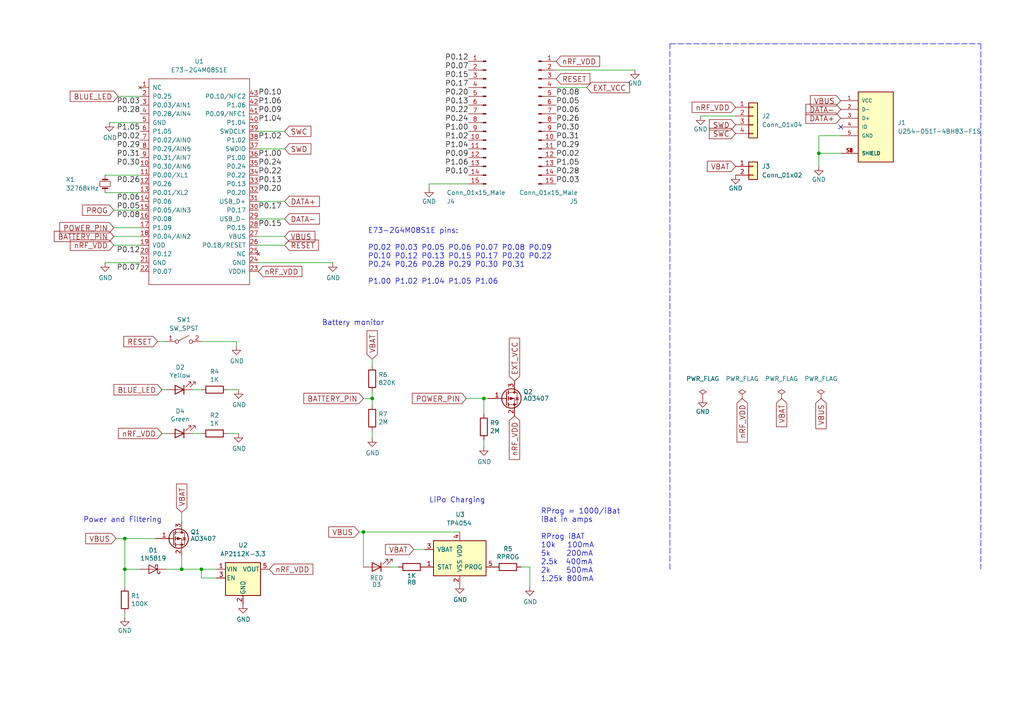
<source format=kicad_sch>
(kicad_sch (version 20211123) (generator eeschema)
  (paper "A4")
  (title_block (title "833iot") (date "2022-03-22") (rev "v0.2") (company "SimplyCreate"))
  (lib_symbols
    (symbol "Battery_Management:MCP73832-2-OT" (pin_names (offset 1.016))
      (property "Reference" "U" (at -7.62 6.35 0))
      (property "Value" "MCP73832-2-OT" (at 1.27 6.35 0))
      (symbol "MCP73832-2-OT_0_1"
        (rectangle (start -7.62 5.08) (end 7.62 -5.08) (stroke (width 0.254)) (fill (type background)))
      )
      (symbol "MCP73832-2-OT_1_1"
        (pin output line (at 10.16 -2.54 180) (length 2.54) (name "STAT") (number "1"))
        (pin power_in line (at 0 -7.62 90) (length 2.54) (name "VSS") (number "2"))
        (pin power_out line (at 10.16 2.54 180) (length 2.54) (name "VBAT") (number "3"))
        (pin power_in line (at 0 7.62 270) (length 2.54) (name "VDD") (number "4"))
        (pin input line (at -10.16 -2.54 0) (length 2.54) (name "PROG") (number "5"))
      )
    )
    (symbol "Connector:Conn_01x15_Male" (pin_names (offset 1.016) hide)
      (property "Reference" "J" (at 0 20.32 0))
      (property "Value" "Conn_01x15_Male" (at 0 -20.32 0))
      (symbol "Conn_01x15_Male_1_1"
        (polyline (pts (xy 1.27 -17.78) (xy 0.8636 -17.78)) (stroke (width 0.1524)))
        (polyline (pts (xy 1.27 -15.24) (xy 0.8636 -15.24)) (stroke (width 0.1524)))
        (polyline (pts (xy 1.27 -12.7) (xy 0.8636 -12.7)) (stroke (width 0.1524)))
        (polyline (pts (xy 1.27 -10.16) (xy 0.8636 -10.16)) (stroke (width 0.1524)))
        (polyline (pts (xy 1.27 -7.62) (xy 0.8636 -7.62)) (stroke (width 0.1524)))
        (polyline (pts (xy 1.27 -5.08) (xy 0.8636 -5.08)) (stroke (width 0.1524)))
        (polyline (pts (xy 1.27 -2.54) (xy 0.8636 -2.54)) (stroke (width 0.1524)))
        (polyline (pts (xy 1.27 0) (xy 0.8636 0)) (stroke (width 0.1524)))
        (polyline (pts (xy 1.27 2.54) (xy 0.8636 2.54)) (stroke (width 0.1524)))
        (polyline (pts (xy 1.27 5.08) (xy 0.8636 5.08)) (stroke (width 0.1524)))
        (polyline (pts (xy 1.27 7.62) (xy 0.8636 7.62)) (stroke (width 0.1524)))
        (polyline (pts (xy 1.27 10.16) (xy 0.8636 10.16)) (stroke (width 0.1524)))
        (polyline (pts (xy 1.27 12.7) (xy 0.8636 12.7)) (stroke (width 0.1524)))
        (polyline (pts (xy 1.27 15.24) (xy 0.8636 15.24)) (stroke (width 0.1524)))
        (polyline (pts (xy 1.27 17.78) (xy 0.8636 17.78)) (stroke (width 0.1524)))
        (rectangle (start 0.8636 -17.653) (end 0 -17.907) (stroke (width 0.1524)) (fill (type outline)))
        (rectangle (start 0.8636 -15.113) (end 0 -15.367) (stroke (width 0.1524)) (fill (type outline)))
        (rectangle (start 0.8636 -12.573) (end 0 -12.827) (stroke (width 0.1524)) (fill (type outline)))
        (rectangle (start 0.8636 -10.033) (end 0 -10.287) (stroke (width 0.1524)) (fill (type outline)))
        (rectangle (start 0.8636 -7.493) (end 0 -7.747) (stroke (width 0.1524)) (fill (type outline)))
        (rectangle (start 0.8636 -4.953) (end 0 -5.207) (stroke (width 0.1524)) (fill (type outline)))
        (rectangle (start 0.8636 -2.413) (end 0 -2.667) (stroke (width 0.1524)) (fill (type outline)))
        (rectangle (start 0.8636 0.127) (end 0 -0.127) (stroke (width 0.1524)) (fill (type outline)))
        (rectangle (start 0.8636 2.667) (end 0 2.413) (stroke (width 0.1524)) (fill (type outline)))
        (rectangle (start 0.8636 5.207) (end 0 4.953) (stroke (width 0.1524)) (fill (type outline)))
        (rectangle (start 0.8636 7.747) (end 0 7.493) (stroke (width 0.1524)) (fill (type outline)))
        (rectangle (start 0.8636 10.287) (end 0 10.033) (stroke (width 0.1524)) (fill (type outline)))
        (rectangle (start 0.8636 12.827) (end 0 12.573) (stroke (width 0.1524)) (fill (type outline)))
        (rectangle (start 0.8636 15.367) (end 0 15.113) (stroke (width 0.1524)) (fill (type outline)))
        (rectangle (start 0.8636 17.907) (end 0 17.653) (stroke (width 0.1524)) (fill (type outline)))
        (pin passive line (at 5.08 17.78 180) (length 3.81) (name "Pin_1") (number "1"))
        (pin passive line (at 5.08 -5.08 180) (length 3.81) (name "Pin_10") (number "10"))
        (pin passive line (at 5.08 -7.62 180) (length 3.81) (name "Pin_11") (number "11"))
        (pin passive line (at 5.08 -10.16 180) (length 3.81) (name "Pin_12") (number "12"))
        (pin passive line (at 5.08 -12.7 180) (length 3.81) (name "Pin_13") (number "13"))
        (pin passive line (at 5.08 -15.24 180) (length 3.81) (name "Pin_14") (number "14"))
        (pin passive line (at 5.08 -17.78 180) (length 3.81) (name "Pin_15") (number "15"))
        (pin passive line (at 5.08 15.24 180) (length 3.81) (name "Pin_2") (number "2"))
        (pin passive line (at 5.08 12.7 180) (length 3.81) (name "Pin_3") (number "3"))
        (pin passive line (at 5.08 10.16 180) (length 3.81) (name "Pin_4") (number "4"))
        (pin passive line (at 5.08 7.62 180) (length 3.81) (name "Pin_5") (number "5"))
        (pin passive line (at 5.08 5.08 180) (length 3.81) (name "Pin_6") (number "6"))
        (pin passive line (at 5.08 2.54 180) (length 3.81) (name "Pin_7") (number "7"))
        (pin passive line (at 5.08 0 180) (length 3.81) (name "Pin_8") (number "8"))
        (pin passive line (at 5.08 -2.54 180) (length 3.81) (name "Pin_9") (number "9"))
      )
    )
    (symbol "Connector_Generic:Conn_01x02" (pin_names (offset 1.016) hide)
      (property "Reference" "J" (at 0 2.54 0))
      (property "Value" "Conn_01x02" (at 0 -5.08 0))
      (symbol "Conn_01x02_1_1"
        (rectangle (start -1.27 -2.413) (end 0 -2.667) (stroke (width 0.1524)))
        (rectangle (start -1.27 0.127) (end 0 -0.127) (stroke (width 0.1524)))
        (rectangle (start -1.27 1.27) (end 1.27 -3.81) (stroke (width 0.254)) (fill (type background)))
        (pin passive line (at -5.08 0 0) (length 3.81) (name "Pin_1") (number "1"))
        (pin passive line (at -5.08 -2.54 0) (length 3.81) (name "Pin_2") (number "2"))
      )
    )
    (symbol "Connector_Generic:Conn_01x04" (pin_names (offset 1.016) hide)
      (property "Reference" "J" (at 0 5.08 0))
      (property "Value" "Conn_01x04" (at 0 -7.62 0))
      (symbol "Conn_01x04_1_1"
        (rectangle (start -1.27 -4.953) (end 0 -5.207) (stroke (width 0.1524)))
        (rectangle (start -1.27 -2.413) (end 0 -2.667) (stroke (width 0.1524)))
        (rectangle (start -1.27 0.127) (end 0 -0.127) (stroke (width 0.1524)))
        (rectangle (start -1.27 2.667) (end 0 2.413) (stroke (width 0.1524)))
        (rectangle (start -1.27 3.81) (end 1.27 -6.35) (stroke (width 0.254)) (fill (type background)))
        (pin passive line (at -5.08 2.54 0) (length 3.81) (name "Pin_1") (number "1"))
        (pin passive line (at -5.08 0 0) (length 3.81) (name "Pin_2") (number "2"))
        (pin passive line (at -5.08 -2.54 0) (length 3.81) (name "Pin_3") (number "3"))
        (pin passive line (at -5.08 -5.08 0) (length 3.81) (name "Pin_4") (number "4"))
      )
    )
    (symbol "Device:Crystal_Small" (pin_numbers hide) (pin_names (offset 1.016) hide)
      (property "Reference" "Y" (at 0 2.54 0))
      (property "Value" "Crystal_Small" (at 0 -2.54 0))
      (symbol "Crystal_Small_0_1"
        (rectangle (start -0.762 -1.524) (end 0.762 1.524))
        (polyline (pts (xy -1.27 -0.762) (xy -1.27 0.762)) (stroke (width 0.381)))
        (polyline (pts (xy 1.27 -0.762) (xy 1.27 0.762)) (stroke (width 0.381)))
      )
      (symbol "Crystal_Small_1_1"
        (pin passive line (at -2.54 0 0) (length 1.27) (name "1") (number "1"))
        (pin passive line (at 2.54 0 180) (length 1.27) (name "2") (number "2"))
      )
    )
    (symbol "Device:LED" (pin_numbers hide) (pin_names (offset 1.016) hide)
      (property "Reference" "D" (at 0 2.54 0))
      (property "Value" "LED" (at 0 -2.54 0))
      (symbol "LED_0_1"
        (polyline (pts (xy -1.27 -1.27) (xy -1.27 1.27)) (stroke (width 0.254)))
        (polyline (pts (xy -1.27 0) (xy 1.27 0)))
        (polyline (pts (xy 1.27 -1.27) (xy 1.27 1.27) (xy -1.27 0) (xy 1.27 -1.27)) (stroke (width 0.254)))
        (polyline (pts (xy -3.048 -0.762) (xy -4.572 -2.286) (xy -3.81 -2.286) (xy -4.572 -2.286) (xy -4.572 -1.524)))
        (polyline (pts (xy -1.778 -0.762) (xy -3.302 -2.286) (xy -2.54 -2.286) (xy -3.302 -2.286) (xy -3.302 -1.524)))
      )
      (symbol "LED_1_1"
        (pin passive line (at -3.81 0 0) (length 2.54) (name "K") (number "1"))
        (pin passive line (at 3.81 0 180) (length 2.54) (name "A") (number "2"))
      )
    )
    (symbol "Device:R" (pin_numbers hide) (pin_names (offset 0))
      (property "Reference" "R" (at 2.032 0 90))
      (property "Value" "R" (at 0 0 90))
      (symbol "R_0_1"
        (rectangle (start -1.016 -2.54) (end 1.016 2.54) (stroke (width 0.254)))
      )
      (symbol "R_1_1"
        (pin passive line (at 0 3.81 270) (length 1.27) (name "~") (number "1"))
        (pin passive line (at 0 -3.81 90) (length 1.27) (name "~") (number "2"))
      )
    )
    (symbol "Regulator_Linear:AP2112K-3.3" (pin_names (offset 0.254))
      (property "Reference" "U" (at -5.08 5.715 0))
      (property "Value" "AP2112K-3.3" (at 0 5.715 0))
      (symbol "AP2112K-3.3_0_1"
        (rectangle (start -5.08 4.445) (end 5.08 -5.08) (stroke (width 0.254)) (fill (type background)))
      )
      (symbol "AP2112K-3.3_1_1"
        (pin power_in line (at -7.62 2.54 0) (length 2.54) (name "VIN") (number "1"))
        (pin power_in line (at 0 -7.62 90) (length 2.54) (name "GND") (number "2"))
        (pin input line (at -7.62 0 0) (length 2.54) (name "EN") (number "3"))
        (pin no_connect line (at 5.08 0 180) (length 2.54) hide (name "NC") (number "4"))
        (pin power_out line (at 7.62 2.54 180) (length 2.54) (name "VOUT") (number "5"))
      )
    )
    (symbol "Switch:SW_SPST" (pin_names (offset 0) hide)
      (property "Reference" "SW" (at 0 3.175 0))
      (property "Value" "SW_SPST" (at 0 -2.54 0))
      (symbol "SW_SPST_0_0"
        (circle (center -2.032 0) (radius 0.508))
        (polyline (pts (xy -1.524 0.254) (xy 1.524 1.778)))
        (circle (center 2.032 0) (radius 0.508))
      )
      (symbol "SW_SPST_1_1"
        (pin passive line (at -5.08 0 0) (length 2.54) (name "A") (number "1"))
        (pin passive line (at 5.08 0 180) (length 2.54) (name "B") (number "2"))
      )
    )
    (symbol "e73-lib:E73-2G4M08S1E" (pin_names (offset 1.016))
      (property "Reference" "U" (at 0 29.21 0))
      (property "Value" "E73-2G4M08S1E" (at 0 -27.94 0))
      (symbol "E73-2G4M08S1E_0_1"
        (rectangle (start -15.24 30.48) (end 13.97 -29.21))
      )
      (symbol "E73-2G4M08S1E_1_1"
        (pin no_connect line (at -17.78 27.94 0) (length 2.54) (name "NC") (number "1"))
        (pin input line (at -17.78 5.08 0) (length 2.54) (name "P0.30/AIN6") (number "10"))
        (pin input line (at -17.78 2.54 0) (length 2.54) (name "P0.00/XL1") (number "11"))
        (pin input line (at -17.78 0 0) (length 2.54) (name "P0.26") (number "12"))
        (pin input line (at -17.78 -2.54 0) (length 2.54) (name "P0.01/XL2") (number "13"))
        (pin input line (at -17.78 -5.08 0) (length 2.54) (name "P0.06") (number "14"))
        (pin input line (at -17.78 -7.62 0) (length 2.54) (name "P0.05/AIN3") (number "15"))
        (pin input line (at -17.78 -10.16 0) (length 2.54) (name "P0.08") (number "16"))
        (pin input line (at -17.78 -12.7 0) (length 2.54) (name "P1.09") (number "17"))
        (pin input line (at -17.78 -15.24 0) (length 2.54) (name "P0.04/AIN2") (number "18"))
        (pin power_in line (at -17.78 -17.78 0) (length 2.54) (name "VDD") (number "19"))
        (pin input line (at -17.78 25.4 0) (length 2.54) (name "P0.25") (number "2"))
        (pin input line (at -17.78 -20.32 0) (length 2.54) (name "P0.12") (number "20"))
        (pin power_in line (at -17.78 -22.86 0) (length 2.54) (name "GND") (number "21"))
        (pin input line (at -17.78 -25.4 0) (length 2.54) (name "P0.07") (number "22"))
        (pin power_in line (at 16.51 -25.4 180) (length 2.54) (name "VDDH") (number "23"))
        (pin power_in line (at 16.51 -22.86 180) (length 2.54) (name "GND") (number "24"))
        (pin no_connect line (at 16.51 -20.32 180) (length 2.54) (name "NC") (number "25"))
        (pin input line (at 16.51 -17.78 180) (length 2.54) (name "P0.18/RESET") (number "26"))
        (pin power_in line (at 16.51 -15.24 180) (length 2.54) (name "VBUS") (number "27"))
        (pin power_in line (at 16.51 -12.7 180) (length 2.54) (name "P0.15") (number "28"))
        (pin input line (at 16.51 -10.16 180) (length 2.54) (name "USB_D-") (number "29"))
        (pin input line (at -17.78 22.86 0) (length 2.54) (name "P0.03/AIN1") (number "3"))
        (pin input line (at 16.51 -7.62 180) (length 2.54) (name "P0.17") (number "30"))
        (pin input line (at 16.51 -5.08 180) (length 2.54) (name "USB_D+") (number "31"))
        (pin input line (at 16.51 -2.54 180) (length 2.54) (name "P0.20") (number "32"))
        (pin input line (at 16.51 0 180) (length 2.54) (name "P0.13") (number "33"))
        (pin input line (at 16.51 2.54 180) (length 2.54) (name "P0.22") (number "34"))
        (pin input line (at 16.51 5.08 180) (length 2.54) (name "P0.24") (number "35"))
        (pin input line (at 16.51 7.62 180) (length 2.54) (name "P1.00") (number "36"))
        (pin input line (at 16.51 10.16 180) (length 2.54) (name "SWDIO") (number "37"))
        (pin input line (at 16.51 12.7 180) (length 2.54) (name "P1.02") (number "38"))
        (pin input line (at 16.51 15.24 180) (length 2.54) (name "SWDCLK") (number "39"))
        (pin input line (at -17.78 20.32 0) (length 2.54) (name "P0.28/AIN4") (number "4"))
        (pin input line (at 16.51 17.78 180) (length 2.54) (name "P1.04") (number "40"))
        (pin input line (at 16.51 20.32 180) (length 2.54) (name "P0.09/NFC1") (number "41"))
        (pin input line (at 16.51 22.86 180) (length 2.54) (name "P1.06") (number "42"))
        (pin input line (at 16.51 25.4 180) (length 2.54) (name "P0.10/NFC2") (number "43"))
        (pin power_in line (at -17.78 17.78 0) (length 2.54) (name "GND") (number "5"))
        (pin input line (at -17.78 15.24 0) (length 2.54) (name "P1.05") (number "6"))
        (pin input line (at -17.78 12.7 0) (length 2.54) (name "P0.02/AIN0") (number "7"))
        (pin input line (at -17.78 10.16 0) (length 2.54) (name "P0.29/AIN5") (number "8"))
        (pin input line (at -17.78 7.62 0) (length 2.54) (name "P0.31/AIN7") (number "9"))
      )
    )
    (symbol "e73-lib:U254-051T-4BH83-F1S" (pin_names (offset 1.016))
      (property "Reference" "J" (at -5.08 11.43 0))
      (property "Value" "U254-051T-4BH83-F1S" (at -5.08 -12.7 0))
      (symbol "U254-051T-4BH83-F1S_0_0"
        (rectangle (start -5.08 -10.16) (end 5.08 10.16) (stroke (width 0.254)) (fill (type background)))
        (pin power_in line (at -10.16 7.62 0) (length 5.08) (name "VCC") (number "1"))
        (pin bidirectional line (at -10.16 5.08 0) (length 5.08) (name "D-") (number "2"))
        (pin bidirectional line (at -10.16 2.54 0) (length 5.08) (name "D+") (number "3"))
        (pin bidirectional line (at -10.16 0 0) (length 5.08) (name "ID") (number "4"))
        (pin power_in line (at -10.16 -2.54 0) (length 5.08) (name "GND") (number "5"))
        (pin passive line (at -10.16 -7.62 0) (length 5.08) (name "SHIELD") (number "S1"))
        (pin passive line (at -10.16 -7.62 0) (length 5.08) (name "SHIELD") (number "S2"))
        (pin passive line (at -10.16 -7.62 0) (length 5.08) (name "SHIELD") (number "S3"))
        (pin passive line (at -10.16 -7.62 0) (length 5.08) (name "SHIELD") (number "S4"))
        (pin passive line (at -10.16 -7.62 0) (length 5.08) (name "SHIELD") (number "S5"))
        (pin passive line (at -10.16 -7.62 0) (length 5.08) (name "SHIELD") (number "S6"))
      )
    )
    (symbol "nrfmicro-rescue:BSS83P" (pin_names (offset 0) hide)
      (property "Reference" "Q" (at 5.08 1.905 0))
      (property "Value" "BSS83P" (at 5.08 0 0))
      (symbol "BSS83P_0_1"
        (polyline (pts (xy 0 0) (xy 0.254 0)))
        (polyline (pts (xy 0.762 -1.778) (xy 2.54 -1.778)))
        (polyline (pts (xy 0.762 -1.27) (xy 0.762 -2.286)) (stroke (width 0.254)))
        (polyline (pts (xy 0.762 0) (xy 2.54 0)))
        (polyline (pts (xy 0.762 0.508) (xy 0.762 -0.508)) (stroke (width 0.254)))
        (polyline (pts (xy 0.762 1.778) (xy 2.54 1.778)))
        (polyline (pts (xy 0.762 2.286) (xy 0.762 1.27)) (stroke (width 0.254)))
        (polyline (pts (xy 2.54 -1.778) (xy 2.54 -2.54)))
        (polyline (pts (xy 2.54 -1.778) (xy 2.54 0)))
        (polyline (pts (xy 2.54 2.54) (xy 2.54 1.778)))
        (polyline (pts (xy 0.254 1.905) (xy 0.254 -1.905) (xy 0.254 -1.905)) (stroke (width 0.254)))
        (polyline (pts (xy 2.286 0) (xy 1.27 -0.381) (xy 1.27 0.381) (xy 2.286 0)) (fill (type outline)))
        (polyline (pts (xy 2.54 -1.778) (xy 3.302 -1.778) (xy 3.302 1.778) (xy 2.54 1.778)))
        (polyline (pts (xy 2.794 -0.508) (xy 2.921 -0.381) (xy 3.683 -0.381) (xy 3.81 -0.254)))
        (polyline (pts (xy 3.302 -0.381) (xy 2.921 0.254) (xy 3.683 0.254) (xy 3.302 -0.381)))
        (circle (center 1.651 0) (radius 2.8194) (stroke (width 0.254)))
        (circle (center 2.54 -1.778) (radius 0.2794) (fill (type outline)))
        (circle (center 2.54 1.778) (radius 0.2794) (fill (type outline)))
      )
      (symbol "BSS83P_1_1"
        (pin input line (at -5.08 0 0) (length 5.08) (name "G") (number "1"))
        (pin passive line (at 2.54 -5.08 90) (length 2.54) (name "S") (number "2"))
        (pin passive line (at 2.54 5.08 270) (length 2.54) (name "D") (number "3"))
      )
    )
    (symbol "nrfmicro-rescue:GND" (power) (pin_names (offset 0))
      (property "Value" "GND" (at 0 -3.81 0))
      (symbol "GND_0_1"
        (polyline (pts (xy 0 0) (xy 0 -1.27) (xy 1.27 -1.27) (xy 0 -2.54) (xy -1.27 -1.27) (xy 0 -1.27)))
      )
      (symbol "GND_1_1"
        (pin power_in line (at 0 0 270) (length 0) hide (name "GND") (number "1"))
      )
    )
    (symbol "nrfmicro-rescue:MBR0520" (pin_numbers hide) (pin_names (offset 1.016) hide)
      (property "Reference" "D" (at 0 2.54 0))
      (property "Value" "MBR0520" (at 0 -2.54 0))
      (symbol "MBR0520_0_1"
        (polyline (pts (xy 1.27 0) (xy -1.27 0)))
        (polyline (pts (xy 1.27 1.27) (xy 1.27 -1.27) (xy -1.27 0) (xy 1.27 1.27)) (stroke (width 0.2032)))
        (polyline (pts (xy -1.905 0.635) (xy -1.905 1.27) (xy -1.27 1.27) (xy -1.27 -1.27) (xy -0.635 -1.27) (xy -0.635 -0.635)) (stroke (width 0.2032)))
      )
      (symbol "MBR0520_1_1"
        (pin passive line (at -3.81 0 0) (length 2.54) (name "K") (number "1"))
        (pin passive line (at 3.81 0 180) (length 2.54) (name "A") (number "2"))
      )
    )
    (symbol "nrfmicro-rescue:R" (pin_numbers hide) (pin_names (offset 0))
      (property "Reference" "R" (at 2.032 0 90))
      (property "Value" "R" (at 0 0 90))
      (symbol "R_0_1"
        (rectangle (start -1.016 -2.54) (end 1.016 2.54) (stroke (width 0.254)))
      )
      (symbol "R_1_1"
        (pin passive line (at 0 3.81 270) (length 1.27) (name "~") (number "1"))
        (pin passive line (at 0 -3.81 90) (length 1.27) (name "~") (number "2"))
      )
    )
    (symbol "power:GND" (power) (pin_names (offset 0))
      (property "Value" "GND" (at 0 -3.81 0))
      (symbol "GND_0_1"
        (polyline (pts (xy 0 0) (xy 0 -1.27) (xy 1.27 -1.27) (xy 0 -2.54) (xy -1.27 -1.27) (xy 0 -1.27)))
      )
      (symbol "GND_1_1"
        (pin power_in line (at 0 0 270) (length 0) hide (name "GND") (number "1"))
      )
    )
    (symbol "power:PWR_FLAG" (power) (pin_numbers hide) (pin_names (offset 0) hide)
      (property "Value" "PWR_FLAG" (at 0 3.81 0))
      (symbol "PWR_FLAG_0_0"
        (pin power_out line (at 0 0 90) (length 0) (name "pwr") (number "1"))
      )
      (symbol "PWR_FLAG_0_1"
        (polyline (pts (xy 0 0) (xy 0 1.27) (xy -1.016 1.905) (xy 0 2.54) (xy 1.016 1.905) (xy 0 1.27)))
      )
    )
  )
  (junction (at 107.95 115.57))
  (junction (at 140.335 115.57))
  (junction (at 36.195 156.21))
  (junction (at 58.42 165.1))
  (junction (at 237.49 44.45))
  (junction (at 105.41 154.305))
  (junction (at 52.705 165.1))
  (junction (at 36.195 165.1))
  (no_connect (at 243.84 36.83))
  (wire (pts (xy 55.88 125.73) (xy 58.42 125.73)))
  (wire (pts (xy 120.015 159.385) (xy 123.19 159.385)))
  (wire (pts (xy 161.29 25.4) (xy 170.18 25.4)))
  (wire (pts (xy 107.95 125.095) (xy 107.95 127)))
  (wire (pts (xy 104.14 154.305) (xy 105.41 154.305)))
  (wire (pts (xy 34.29 27.94) (xy 40.64 27.94)))
  (wire (pts (xy 45.72 99.06) (xy 48.26 99.06)))
  (wire (pts (xy 237.49 44.45) (xy 237.49 48.26)))
  (wire (pts (xy 124.46 53.34) (xy 135.89 53.34)))
  (polyline (pts (xy 194.31 12.7) (xy 284.48 12.7)))
  (wire (pts (xy 68.58 99.06) (xy 68.58 100.33)))
  (wire (pts (xy 82.55 71.12) (xy 74.93 71.12)))
  (wire (pts (xy 161.29 20.32) (xy 184.15 20.32)))
  (wire (pts (xy 36.195 177.8) (xy 36.195 179.07)))
  (wire (pts (xy 33.02 60.96) (xy 40.64 60.96)))
  (wire (pts (xy 33.02 66.04) (xy 40.64 66.04)))
  (wire (pts (xy 105.41 164.465) (xy 105.41 154.305)))
  (wire (pts (xy 55.88 113.03) (xy 58.42 113.03)))
  (wire (pts (xy 140.335 115.57) (xy 141.605 115.57)))
  (wire (pts (xy 74.93 76.2) (xy 96.52 76.2)))
  (wire (pts (xy 58.42 167.64) (xy 58.42 165.1)))
  (wire (pts (xy 30.48 76.2) (xy 40.64 76.2)))
  (wire (pts (xy 140.335 127.635) (xy 140.335 129.54)))
  (polyline (pts (xy 194.31 165.1) (xy 194.31 12.7)))
  (wire (pts (xy 124.46 54.61) (xy 124.46 53.34)))
  (wire (pts (xy 135.255 115.57) (xy 140.335 115.57)))
  (wire (pts (xy 36.195 165.1) (xy 36.195 170.18)))
  (wire (pts (xy 151.13 164.465) (xy 153.67 164.465)))
  (wire (pts (xy 31.75 35.56) (xy 40.64 35.56)))
  (wire (pts (xy 82.55 63.5) (xy 74.93 63.5)))
  (wire (pts (xy 52.705 148.59) (xy 52.705 151.13)))
  (wire (pts (xy 36.195 156.21) (xy 33.655 156.21)))
  (wire (pts (xy 58.42 99.06) (xy 68.58 99.06)))
  (wire (pts (xy 203.2 33.655) (xy 213.36 33.655)))
  (wire (pts (xy 30.48 50.8) (xy 40.64 50.8)))
  (wire (pts (xy 105.41 115.57) (xy 107.95 115.57)))
  (wire (pts (xy 113.03 164.465) (xy 115.57 164.465)))
  (wire (pts (xy 52.705 165.1) (xy 58.42 165.1)))
  (wire (pts (xy 82.55 43.18) (xy 74.93 43.18)))
  (wire (pts (xy 243.84 44.45) (xy 237.49 44.45)))
  (wire (pts (xy 243.84 39.37) (xy 237.49 39.37)))
  (wire (pts (xy 36.195 165.1) (xy 40.64 165.1)))
  (polyline (pts (xy 284.48 12.7) (xy 284.48 165.1)))
  (wire (pts (xy 52.705 161.29) (xy 52.705 165.1)))
  (wire (pts (xy 82.55 38.1) (xy 74.93 38.1)))
  (wire (pts (xy 36.195 156.21) (xy 36.195 165.1)))
  (wire (pts (xy 62.865 167.64) (xy 58.42 167.64)))
  (wire (pts (xy 30.48 55.88) (xy 40.64 55.88)))
  (wire (pts (xy 105.41 154.305) (xy 133.35 154.305)))
  (wire (pts (xy 33.02 71.12) (xy 40.64 71.12)))
  (wire (pts (xy 33.02 68.58) (xy 40.64 68.58)))
  (wire (pts (xy 82.55 58.42) (xy 74.93 58.42)))
  (wire (pts (xy 82.55 68.58) (xy 74.93 68.58)))
  (wire (pts (xy 48.26 165.1) (xy 52.705 165.1)))
  (wire (pts (xy 107.95 104.14) (xy 107.95 106.045)))
  (wire (pts (xy 237.49 39.37) (xy 237.49 44.45)))
  (wire (pts (xy 46.99 125.73) (xy 48.26 125.73)))
  (wire (pts (xy 46.99 113.03) (xy 48.26 113.03)))
  (wire (pts (xy 66.04 113.03) (xy 69.215 113.03)))
  (wire (pts (xy 107.95 113.665) (xy 107.95 115.57)))
  (wire (pts (xy 153.67 164.465) (xy 153.67 170.18)))
  (wire (pts (xy 66.04 125.73) (xy 69.215 125.73)))
  (wire (pts (xy 140.335 120.015) (xy 140.335 115.57)))
  (wire (pts (xy 36.195 156.21) (xy 45.085 156.21)))
  (wire (pts (xy 107.95 115.57) (xy 107.95 117.475)))
  (wire (pts (xy 58.42 165.1) (xy 62.865 165.1)))
  (text "LiPo Charging\n" (at 124.46 146.05 0) (effects (font (size 1.524 1.524)) (justify left bottom)))
  (text "RProg = 1000/iBat\niBat in amps\n\nRProg iBAT\n10k   100mA\n5k    200mA\n2.5k  400mA\n2k    500mA\n1.25k 800mA" (at 156.845 168.91 0) (effects (font (size 1.524 1.524)) (justify left bottom)))
  (text "Power and Filtering" (at 24.13 151.765 0) (effects (font (size 1.524 1.524)) (justify left bottom)))
  (text "Battery monitor" (at 93.345 94.615 0) (effects (font (size 1.524 1.524)) (justify left bottom)))
  (text "E73-2G4M08S1E pins:\n\nP0.02 P0.03 P0.05 P0.06 P0.07 P0.08 P0.09\nP0.10 P0.12 P0.13 P0.15 P0.17 P0.20 P0.22\nP0.24 P0.26 P0.28 P0.29 P0.30 P0.31\n\nP1.00 P1.02 P1.04 P1.05 P1.06\n\n" (at 106.68 85.09 0) (effects (font (size 1.524 1.524)) (justify left bottom)))
  (label "P0.10" (at 74.93 27.94 0) (effects (font (size 1.524 1.524))))
  (label "P0.26" (at 40.64 53.34 180) (effects (font (size 1.524 1.524))))
  (label "P0.06" (at 161.29 33.02 0) (effects (font (size 1.524 1.524))))
  (label "P0.30" (at 161.29 38.1 0) (effects (font (size 1.524 1.524))))
  (label "P1.00" (at 135.89 38.1 180) (effects (font (size 1.524 1.524))))
  (label "P0.03" (at 40.64 30.48 180) (effects (font (size 1.524 1.524))))
  (label "P0.09" (at 135.89 45.72 180) (effects (font (size 1.524 1.524))))
  (label "P1.06" (at 135.89 48.26 180) (effects (font (size 1.524 1.524))))
  (label "P0.31" (at 161.29 40.64 0) (effects (font (size 1.524 1.524))))
  (label "P0.08" (at 161.29 27.94 0) (effects (font (size 1.524 1.524))))
  (label "P0.17" (at 74.93 60.96 0) (effects (font (size 1.524 1.524))))
  (label "P0.10" (at 135.89 50.8 180) (effects (font (size 1.524 1.524))))
  (label "P0.29" (at 40.64 43.18 180) (effects (font (size 1.524 1.524))))
  (label "P0.15" (at 135.89 22.86 180) (effects (font (size 1.524 1.524))))
  (label "P0.09" (at 74.93 33.02 0) (effects (font (size 1.524 1.524))))
  (label "P0.29" (at 161.29 43.18 0) (effects (font (size 1.524 1.524))))
  (label "P0.28" (at 40.64 33.02 180) (effects (font (size 1.524 1.524))))
  (label "P0.17" (at 135.89 25.4 180) (effects (font (size 1.524 1.524))))
  (label "P0.20" (at 135.89 27.94 180) (effects (font (size 1.524 1.524))))
  (label "P0.24" (at 74.93 48.26 0) (effects (font (size 1.524 1.524))))
  (label "P0.08" (at 40.64 63.5 180) (effects (font (size 1.524 1.524))))
  (label "P0.07" (at 135.89 20.32 180) (effects (font (size 1.524 1.524))))
  (label "P0.22" (at 74.93 50.8 0) (effects (font (size 1.524 1.524))))
  (label "P0.30" (at 40.64 48.26 180) (effects (font (size 1.524 1.524))))
  (label "P1.02" (at 74.93 40.64 0) (effects (font (size 1.524 1.524))))
  (label "P1.04" (at 74.93 35.56 0) (effects (font (size 1.524 1.524))))
  (label "P0.05" (at 161.29 30.48 0) (effects (font (size 1.524 1.524))))
  (label "P0.12" (at 40.64 73.66 180) (effects (font (size 1.524 1.524))))
  (label "P0.31" (at 40.64 45.72 180) (effects (font (size 1.524 1.524))))
  (label "P0.05" (at 40.64 60.96 180) (effects (font (size 1.524 1.524))))
  (label "P1.05" (at 161.29 48.26 0) (effects (font (size 1.524 1.524))))
  (label "P0.15" (at 74.93 66.04 0) (effects (font (size 1.524 1.524))))
  (label "P0.03" (at 161.29 53.34 0) (effects (font (size 1.524 1.524))))
  (label "P1.04" (at 135.89 43.18 180) (effects (font (size 1.524 1.524))))
  (label "P1.06" (at 74.93 30.48 0) (effects (font (size 1.524 1.524))))
  (label "P1.00" (at 74.93 45.72 0) (effects (font (size 1.524 1.524))))
  (label "P1.05" (at 40.64 38.1 180) (effects (font (size 1.524 1.524))))
  (label "P0.06" (at 40.64 58.42 180) (effects (font (size 1.524 1.524))))
  (label "P0.12" (at 135.89 17.78 180) (effects (font (size 1.524 1.524))))
  (label "P0.13" (at 135.89 30.48 180) (effects (font (size 1.524 1.524))))
  (label "P0.13" (at 74.93 53.34 0) (effects (font (size 1.524 1.524))))
  (label "P0.24" (at 135.89 35.56 180) (effects (font (size 1.524 1.524))))
  (label "P0.22" (at 135.89 33.02 180) (effects (font (size 1.524 1.524))))
  (label "P0.02" (at 40.64 40.64 180) (effects (font (size 1.524 1.524))))
  (label "P0.07" (at 40.64 78.74 180) (effects (font (size 1.524 1.524))))
  (label "P0.02" (at 161.29 45.72 0) (effects (font (size 1.524 1.524))))
  (label "P0.20" (at 74.93 55.88 0) (effects (font (size 1.524 1.524))))
  (label "P0.28" (at 161.29 50.8 0) (effects (font (size 1.524 1.524))))
  (label "P1.02" (at 135.89 40.64 180) (effects (font (size 1.524 1.524))))
  (label "P0.26" (at 161.29 35.56 0) (effects (font (size 1.524 1.524))))
  (global_label "nRF_VDD" (shape input) (at 149.225 120.65 270) (effects (font (size 1.524 1.524))) (property "Intersheet References" "${INTERSHEET_REFS}" (effects hide)))
  (global_label "VBUS" (shape input) (at 82.55 68.58 0) (effects (font (size 1.524 1.524))) (property "Intersheet References" "${INTERSHEET_REFS}" (effects hide)))
  (global_label "VBUS" (shape input) (at 238.125 115.57 270) (effects (font (size 1.524 1.524))) (property "Intersheet References" "${INTERSHEET_REFS}" (effects hide)))
  (global_label "POWER_PIN" (shape input) (at 135.255 115.57 180) (effects (font (size 1.524 1.524))) (property "Intersheet References" "${INTERSHEET_REFS}" (effects hide)))
  (global_label "DATA+" (shape input) (at 243.84 34.29 180) (effects (font (size 1.524 1.524))) (property "Intersheet References" "${INTERSHEET_REFS}" (effects hide)))
  (global_label "SWC" (shape input) (at 82.55 38.1 0) (effects (font (size 1.524 1.524))) (property "Intersheet References" "${INTERSHEET_REFS}" (effects hide)))
  (global_label "nRF_VDD" (shape input) (at 33.02 71.12 180) (effects (font (size 1.524 1.524))) (property "Intersheet References" "${INTERSHEET_REFS}" (effects hide)))
  (global_label "RESET" (shape input) (at 82.55 71.12 0) (effects (font (size 1.524 1.524))) (property "Intersheet References" "${INTERSHEET_REFS}" (effects hide)))
  (global_label "EXT_VCC" (shape input) (at 170.18 25.4 0) (effects (font (size 1.524 1.524))) (property "Intersheet References" "${INTERSHEET_REFS}" (effects hide)))
  (global_label "RESET" (shape input) (at 161.29 22.86 0) (effects (font (size 1.524 1.524))) (property "Intersheet References" "${INTERSHEET_REFS}" (effects hide)))
  (global_label "nRF_VDD" (shape input) (at 213.36 31.115 180) (effects (font (size 1.524 1.524))) (property "Intersheet References" "${INTERSHEET_REFS}" (effects hide)))
  (global_label "VBAT" (shape input) (at 226.695 115.57 270) (effects (font (size 1.524 1.524))) (property "Intersheet References" "${INTERSHEET_REFS}" (effects hide)))
  (global_label "VBUS" (shape input) (at 33.655 156.21 180) (effects (font (size 1.524 1.524))) (property "Intersheet References" "${INTERSHEET_REFS}" (effects hide)))
  (global_label "SWD" (shape input) (at 213.36 36.195 180) (effects (font (size 1.524 1.524))) (property "Intersheet References" "${INTERSHEET_REFS}" (effects hide)))
  (global_label "nRF_VDD" (shape input) (at 161.29 17.78 0) (effects (font (size 1.524 1.524))) (property "Intersheet References" "${INTERSHEET_REFS}" (effects hide)))
  (global_label "VBAT" (shape input) (at 213.36 48.26 180) (effects (font (size 1.524 1.524))) (property "Intersheet References" "${INTERSHEET_REFS}" (effects hide)))
  (global_label "BATTERY_PIN" (shape input) (at 33.02 68.58 180) (effects (font (size 1.524 1.524))) (property "Intersheet References" "${INTERSHEET_REFS}" (effects hide)))
  (global_label "VBUS" (shape input) (at 243.84 29.21 180) (effects (font (size 1.524 1.524))) (property "Intersheet References" "${INTERSHEET_REFS}" (effects hide)))
  (global_label "DATA-" (shape input) (at 243.84 31.75 180) (effects (font (size 1.524 1.524))) (property "Intersheet References" "${INTERSHEET_REFS}" (effects hide)))
  (global_label "POWER_PIN" (shape input) (at 33.02 66.04 180) (effects (font (size 1.524 1.524))) (property "Intersheet References" "${INTERSHEET_REFS}" (effects hide)))
  (global_label "nRF_VDD" (shape input) (at 78.105 165.1 0) (effects (font (size 1.524 1.524))) (property "Intersheet References" "${INTERSHEET_REFS}" (effects hide)))
  (global_label "VBAT" (shape input) (at 107.95 104.14 90) (effects (font (size 1.524 1.524))) (property "Intersheet References" "${INTERSHEET_REFS}" (effects hide)))
  (global_label "SWC" (shape input) (at 213.36 38.735 180) (effects (font (size 1.524 1.524))) (property "Intersheet References" "${INTERSHEET_REFS}" (effects hide)))
  (global_label "nRF_VDD" (shape input) (at 215.265 115.57 270) (effects (font (size 1.524 1.524))) (property "Intersheet References" "${INTERSHEET_REFS}" (effects hide)))
  (global_label "nRF_VDD" (shape input) (at 74.93 78.74 0) (effects (font (size 1.524 1.524))) (property "Intersheet References" "${INTERSHEET_REFS}" (effects hide)))
  (global_label "PROG" (shape input) (at 33.02 60.96 180) (effects (font (size 1.524 1.524))) (property "Intersheet References" "${INTERSHEET_REFS}" (effects hide)))
  (global_label "nRF_VDD" (shape input) (at 46.99 125.73 180) (effects (font (size 1.524 1.524))) (property "Intersheet References" "${INTERSHEET_REFS}" (effects hide)))
  (global_label "BATTERY_PIN" (shape input) (at 105.41 115.57 180) (effects (font (size 1.524 1.524))) (property "Intersheet References" "${INTERSHEET_REFS}" (effects hide)))
  (global_label "VBUS" (shape input) (at 104.14 154.305 180) (effects (font (size 1.524 1.524))) (property "Intersheet References" "${INTERSHEET_REFS}" (effects hide)))
  (global_label "SWD" (shape input) (at 82.55 43.18 0) (effects (font (size 1.524 1.524))) (property "Intersheet References" "${INTERSHEET_REFS}" (effects hide)))
  (global_label "BLUE_LED" (shape input) (at 34.29 27.94 180) (effects (font (size 1.524 1.524))) (property "Intersheet References" "${INTERSHEET_REFS}" (effects hide)))
  (global_label "EXT_VCC" (shape input) (at 149.225 110.49 90) (effects (font (size 1.524 1.524))) (property "Intersheet References" "${INTERSHEET_REFS}" (effects hide)))
  (global_label "VBAT" (shape input) (at 120.015 159.385 180) (effects (font (size 1.524 1.524))) (property "Intersheet References" "${INTERSHEET_REFS}" (effects hide)))
  (global_label "DATA-" (shape input) (at 82.55 63.5 0) (effects (font (size 1.524 1.524))) (property "Intersheet References" "${INTERSHEET_REFS}" (effects hide)))
  (global_label "RESET" (shape input) (at 45.72 99.06 180) (effects (font (size 1.524 1.524))) (property "Intersheet References" "${INTERSHEET_REFS}" (effects hide)))
  (global_label "DATA+" (shape input) (at 82.55 58.42 0) (effects (font (size 1.524 1.524))) (property "Intersheet References" "${INTERSHEET_REFS}" (effects hide)))
  (global_label "BLUE_LED" (shape input) (at 46.99 113.03 180) (effects (font (size 1.524 1.524))) (property "Intersheet References" "${INTERSHEET_REFS}" (effects hide)))
  (global_label "VBAT" (shape input) (at 52.705 148.59 90) (effects (font (size 1.524 1.524))) (property "Intersheet References" "${INTERSHEET_REFS}" (effects hide)))
  (symbol (lib_id "nrfmicro-rescue:MBR0520") (at 44.45 165.1 180) (unit 1)
    (property "Reference" "D1" (at 44.45 159.6136 0))
    (property "Value" "1N5819" (at 44.45 161.925 0))
    (property "Footprint" "Diode_SMD:D_SOD-323F" (effects hide))
    (property "LCSC Part #" "C440261" (effects hide))
  )
  (symbol (lib_id "nrfmicro-rescue:BSS83P") (at 50.165 156.21 0) (unit 1)
    (property "Reference" "Q1" (at 55.245 154.305 0) (effects (justify left)))
    (property "Value" "AO3407" (at 55.245 156.21 0) (effects (justify left)))
    (property "Footprint" "Package_TO_SOT_SMD:SOT-23" (effects hide))
    (property "LCSC Part #" "C181093" (effects hide))
  )
  (symbol (lib_id "nrfmicro-rescue:R") (at 36.195 173.99 0) (unit 1)
    (property "Reference" "R1" (at 37.973 172.8216 0) (effects (justify left)))
    (property "Value" "100K" (at 37.973 175.133 0) (effects (justify left)))
    (property "Footprint" "Resistor_SMD:R_0603_1608Metric" (effects hide))
    (property "LCSC Part #" "C269682" (effects hide))
  )
  (symbol (lib_id "nrfmicro-rescue:GND") (at 36.195 179.07 0) (unit 1)
    (property "Reference" "#PWR017" (effects hide))
    (property "Value" "GND" (at 36.195 182.88 0))
  )
  (symbol (lib_id "power:GND") (at 133.35 169.545 0) (unit 1)
    (property "Reference" "#PWR0103" (effects hide))
    (property "Value" "GND" (at 133.477 173.9392 0))
  )
  (symbol (lib_id "Device:R") (at 107.95 109.855 0) (unit 1)
    (property "Reference" "R6" (at 109.728 108.6866 0) (effects (justify left)))
    (property "Value" "820K" (at 109.728 110.998 0) (effects (justify left)))
    (property "Footprint" "Resistor_SMD:R_0603_1608Metric" (effects hide))
    (property "LCSC Part #" "C218156" (effects hide))
  )
  (symbol (lib_id "Device:R") (at 107.95 121.285 0) (unit 1)
    (property "Reference" "R7" (at 109.728 120.1166 0) (effects (justify left)))
    (property "Value" "2M" (at 109.728 122.428 0) (effects (justify left)))
    (property "Footprint" "Resistor_SMD:R_0603_1608Metric" (effects hide))
    (property "LCSC Part #" "C26102" (effects hide))
  )
  (symbol (lib_id "nrfmicro-rescue:GND") (at 107.95 127 0) (unit 1)
    (property "Reference" "#PWR0102" (effects hide))
    (property "Value" "GND" (at 108.077 131.3942 0))
  )
  (symbol (lib_id "power:GND") (at 69.215 113.03 0) (unit 1)
    (property "Reference" "#PWR0117" (effects hide))
    (property "Value" "GND" (at 69.342 117.4242 0))
  )
  (symbol (lib_id "Device:LED") (at 52.07 113.03 180) (unit 1)
    (property "Reference" "D2" (at 52.2478 106.553 0))
    (property "Value" "Yellow" (at 52.2478 108.8644 0))
    (property "Footprint" "LED_SMD:LED_0603_1608Metric" (effects hide))
    (property "LCSC Part #" "C74343" (effects hide))
  )
  (symbol (lib_id "nrfmicro-rescue:BSS83P") (at 146.685 115.57 0) (unit 1)
    (property "Reference" "Q2" (at 151.765 113.665 0) (effects (justify left)))
    (property "Value" "AO3407" (at 151.765 115.57 0) (effects (justify left)))
    (property "Footprint" "Package_TO_SOT_SMD:SOT-23" (effects hide))
    (property "LCSC Part #" "C181093" (effects hide))
  )
  (symbol (lib_id "nrfmicro-rescue:R") (at 62.23 113.03 90) (unit 1)
    (property "Reference" "R4" (at 62.23 107.7722 90))
    (property "Value" "1K" (at 62.23 110.0836 90))
    (property "Footprint" "Resistor_SMD:R_0603_1608Metric" (effects hide))
    (property "LCSC Part #" "C269704" (effects hide))
  )
  (symbol (lib_id "nrfmicro-rescue:GND") (at 124.46 54.61 0) (unit 1)
    (property "Reference" "#PWR06" (effects hide))
    (property "Value" "GND" (at 124.46 58.42 0))
  )
  (symbol (lib_id "e73-lib:U254-051T-4BH83-F1S") (at 254 36.83 0) (unit 1)
    (property "Reference" "J1" (at 260.35 35.5599 0) (effects (justify left)))
    (property "Value" "U254-051T-4BH83-F1S" (at 260.35 38.0999 0) (effects (justify left)))
    (property "Footprint" "833iot:XKB_U254-051T-4BH83-F1S" (effects hide))
    (property "STANDARD" "Manufacturer recommendations" (effects hide))
    (property "MAXIMUM_PACKAGE_HEIGHT" "2.98mm" (effects hide))
    (property "MANUFACTURER" "XKB INDUSTRIAL PRECISION" (effects hide))
    (property "PARTREV" "A0" (effects hide))
    (property "LCSC Part #" "C397452" (effects hide))
  )
  (symbol (lib_id "nrfmicro-rescue:R") (at 119.38 164.465 90) (unit 1)
    (property "Reference" "R8" (at 119.38 168.91 90))
    (property "Value" "1K" (at 119.38 167.005 90))
    (property "Footprint" "Resistor_SMD:R_0603_1608Metric" (effects hide))
    (property "LCSC Part #" "C269704" (effects hide))
  )
  (symbol (lib_id "nrfmicro-rescue:GND") (at 213.36 50.8 0) (unit 1)
    (property "Reference" "#PWR0106" (effects hide))
    (property "Value" "GND" (at 213.36 54.61 0))
  )
  (symbol (lib_id "nrfmicro-rescue:R") (at 62.23 125.73 90) (unit 1)
    (property "Reference" "R2" (at 62.23 120.4722 90))
    (property "Value" "1K" (at 62.23 122.7836 90))
    (property "Footprint" "Resistor_SMD:R_0603_1608Metric" (effects hide))
    (property "LCSC Part #" "C269704" (effects hide))
  )
  (symbol (lib_id "Connector_Generic:Conn_01x04") (at 218.44 33.655 0) (unit 1)
    (property "Reference" "J2" (at 220.98 33.6549 0) (effects (justify left)))
    (property "Value" "Conn_01x04" (at 220.98 36.1949 0) (effects (justify left)))
    (property "Footprint" "833iot:connector_swd" (effects hide))
  )
  (symbol (lib_id "nrfmicro-rescue:GND") (at 184.15 20.32 0) (unit 1)
    (property "Reference" "#PWR07" (effects hide))
    (property "Value" "GND" (at 184.15 24.13 0))
  )
  (symbol (lib_id "nrfmicro-rescue:GND") (at 70.485 175.26 0) (unit 1)
    (property "Reference" "#PWR0119" (effects hide))
    (property "Value" "GND" (at 70.612 179.6542 0))
  )
  (symbol (lib_id "Device:R") (at 140.335 123.825 0) (unit 1)
    (property "Reference" "R9" (at 142.113 122.6566 0) (effects (justify left)))
    (property "Value" "2M" (at 142.113 124.968 0) (effects (justify left)))
    (property "Footprint" "Resistor_SMD:R_0603_1608Metric" (effects hide))
    (property "LCSC Part #" "C26102" (effects hide))
  )
  (symbol (lib_id "Connector:Conn_01x15_Male") (at 156.21 35.56 0) (unit 1)
    (property "Reference" "J5" (at 167.64 58.42 0) (effects (justify right)))
    (property "Value" "Conn_01x15_Male" (at 167.64 55.88 0) (effects (justify right)))
    (property "Footprint" "Connector_PinHeader_2.54mm:PinHeader_1x15_P2.54mm_Vertical" (effects hide))
  )
  (symbol (lib_id "Device:LED") (at 109.22 164.465 180) (unit 1)
    (property "Reference" "D3" (at 109.22 169.545 0))
    (property "Value" "RED" (at 109.22 167.64 0))
    (property "Footprint" "LED_SMD:LED_0603_1608Metric" (effects hide))
    (property "LCSC Part #" "C253533" (effects hide))
  )
  (symbol (lib_id "Switch:SW_SPST") (at 53.34 99.06 0) (unit 1)
    (property "Reference" "SW1" (at 53.34 92.71 0))
    (property "Value" "SW_SPST" (at 53.34 95.25 0))
    (property "Footprint" "Button_Switch_SMD:SW_SPST_TL3342" (effects hide))
    (property "LCSC Part #" "C318884" (effects hide))
  )
  (symbol (lib_id "power:GND") (at 31.75 35.56 0) (unit 1)
    (property "Reference" "#PWR02" (effects hide))
    (property "Value" "GND" (at 31.877 39.9542 0))
  )
  (symbol (lib_id "power:PWR_FLAG") (at 226.695 115.57 0) (unit 1)
    (property "Reference" "#FLG0101" (effects hide))
    (property "Value" "PWR_FLAG" (at 226.695 109.855 0))
  )
  (symbol (lib_id "e73-lib:E73-2G4M08S1E") (at 58.42 53.34 0) (unit 1)
    (property "Reference" "U1" (at 57.785 17.78 0))
    (property "Value" "E73-2G4M08S1E" (at 57.785 20.32 0))
    (property "Footprint" "833iot:E73-2G4M08S1C-52840" (effects hide))
    (property "LCSC Part #" "C2903762" (effects hide))
  )
  (symbol (lib_id "Device:Crystal_Small") (at 30.48 53.34 90) (unit 1)
    (property "Reference" "X1" (at 19.05 52.07 90) (effects (justify right)))
    (property "Value" "32768kHz" (at 19.05 54.61 90) (effects (justify right)))
    (property "Footprint" "Crystal:Crystal_SMD_3215-2Pin_3.2x1.5mm" (effects hide))
    (property "LCSC Part #" "C130253" (effects hide))
  )
  (symbol (lib_id "nrfmicro-rescue:GND") (at 203.835 115.57 0) (unit 1)
    (property "Reference" "#PWR0120" (effects hide))
    (property "Value" "GND" (at 203.835 119.38 0))
  )
  (symbol (lib_id "Battery_Management:MCP73832-2-OT") (at 133.35 161.925 0) (mirror y) (unit 1)
    (property "Reference" "U3" (at 132.08 149.225 0) (effects (justify right)))
    (property "Value" "TP4054" (at 129.54 151.765 0) (effects (justify right)))
    (property "Footprint" "Package_TO_SOT_SMD:SOT-23-5" (effects hide))
    (property "Datasheet" "http://ww1.microchip.com/downloads/en/DeviceDoc/20001984g.pdf" (effects hide))
    (property "LCSC Part #" "C668215" (effects hide))
  )
  (symbol (lib_id "power:PWR_FLAG") (at 203.835 115.57 0) (unit 1)
    (property "Reference" "#FLG0103" (effects hide))
    (property "Value" "PWR_FLAG" (at 203.835 109.855 0))
  )
  (symbol (lib_id "nrfmicro-rescue:GND") (at 203.2 33.655 0) (unit 1)
    (property "Reference" "#PWR0104" (effects hide))
    (property "Value" "GND" (at 203.2 37.465 0))
  )
  (symbol (lib_id "power:PWR_FLAG") (at 215.265 115.57 0) (unit 1)
    (property "Reference" "#FLG0104" (effects hide))
    (property "Value" "PWR_FLAG" (at 215.265 109.855 0))
  )
  (symbol (lib_id "Connector:Conn_01x15_Male") (at 140.97 35.56 0) (mirror y) (unit 1)
    (property "Reference" "J4" (at 129.54 58.42 0) (effects (justify right)))
    (property "Value" "Conn_01x15_Male" (at 129.54 55.88 0) (effects (justify right)))
    (property "Footprint" "Connector_PinHeader_2.54mm:PinHeader_1x15_P2.54mm_Vertical" (effects hide))
  )
  (symbol (lib_id "Regulator_Linear:AP2112K-3.3") (at 70.485 167.64 0) (unit 1)
    (property "Reference" "U2" (at 70.485 158.115 0))
    (property "Value" "AP2112K-3.3" (at 70.485 160.655 0))
    (property "Footprint" "Package_TO_SOT_SMD:SOT-23-5" (effects hide))
    (property "Datasheet" "https://www.diodes.com/assets/Datasheets/AP2112.pdf" (effects hide))
    (property "LCSC Part #" "C51118" (effects hide))
  )
  (symbol (lib_id "power:PWR_FLAG") (at 238.125 115.57 0) (unit 1)
    (property "Reference" "#FLG0102" (effects hide))
    (property "Value" "PWR_FLAG" (at 238.125 109.855 0))
  )
  (symbol (lib_id "power:GND") (at 68.58 100.33 0) (unit 1)
    (property "Reference" "#PWR03" (effects hide))
    (property "Value" "GND" (at 68.707 104.7242 0))
  )
  (symbol (lib_id "power:GND") (at 96.52 76.2 0) (unit 1)
    (property "Reference" "#PWR05" (effects hide))
    (property "Value" "GND" (at 96.647 80.5942 0))
  )
  (symbol (lib_id "Device:LED") (at 52.07 125.73 180) (unit 1)
    (property "Reference" "D4" (at 52.2478 119.253 0))
    (property "Value" "Green" (at 52.2478 121.5644 0))
    (property "Footprint" "LED_SMD:LED_0603_1608Metric" (effects hide))
    (property "LCSC Part #" "C181862" (effects hide))
  )
  (symbol (lib_id "power:GND") (at 153.67 170.18 0) (unit 1)
    (property "Reference" "#PWR0116" (effects hide))
    (property "Value" "GND" (at 153.797 174.5742 0))
  )
  (symbol (lib_id "nrfmicro-rescue:GND") (at 237.49 48.26 0) (unit 1)
    (property "Reference" "#PWR0101" (effects hide))
    (property "Value" "GND" (at 237.49 52.07 0))
  )
  (symbol (lib_id "nrfmicro-rescue:GND") (at 140.335 129.54 0) (unit 1)
    (property "Reference" "#PWR0118" (effects hide))
    (property "Value" "GND" (at 140.462 133.9342 0))
  )
  (symbol (lib_id "power:GND") (at 69.215 125.73 0) (unit 1)
    (property "Reference" "#PWR04" (effects hide))
    (property "Value" "GND" (at 69.342 130.1242 0))
  )
  (symbol (lib_id "Connector_Generic:Conn_01x02") (at 218.44 48.26 0) (unit 1)
    (property "Reference" "J3" (at 220.98 48.2599 0) (effects (justify left)))
    (property "Value" "Conn_01x02" (at 220.98 50.7999 0) (effects (justify left)))
    (property "Footprint" "833iot:connector_bat" (effects hide))
  )
  (symbol (lib_id "nrfmicro-rescue:R") (at 147.32 164.465 90) (unit 1)
    (property "Reference" "R5" (at 147.32 159.2072 90))
    (property "Value" "RPROG" (at 147.32 161.5186 90))
    (property "Footprint" "Resistor_SMD:R_0603_1608Metric" (effects hide))
    (property "LCSC Part #" "C2096417" (effects hide))
  )
  (symbol (lib_id "power:GND") (at 30.48 76.2 0) (unit 1)
    (property "Reference" "#PWR01" (effects hide))
    (property "Value" "GND" (at 30.607 80.5942 0))
  )
)
</source>
